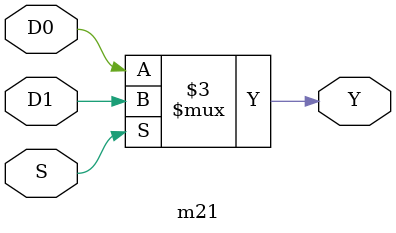
<source format=v>
module m21( D0, D1, S, Y);
input wire D0, D1, S;
output reg Y;

always @(D0 or D1 or S)
begin

if(S) 
Y= D1;
else
Y=D0;

end

endmodule
</source>
